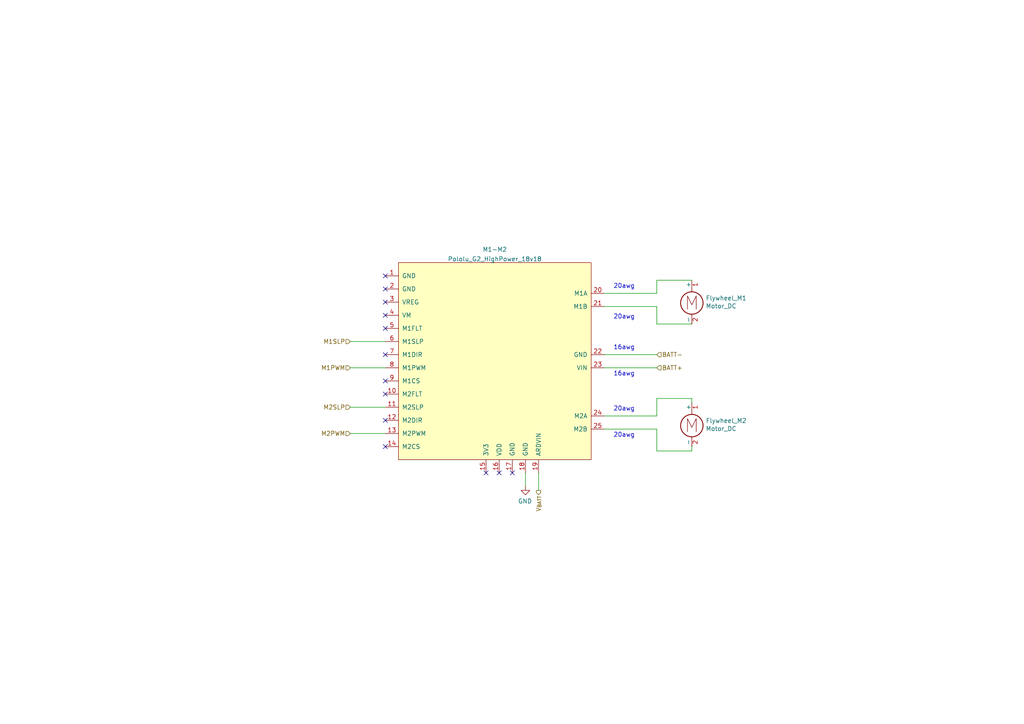
<source format=kicad_sch>
(kicad_sch (version 20211123) (generator eeschema)
  (paper "A4")
  (title_block (title "Nemesis Mod") (date "2021-12-08") (rev "v2.0") (company "https://github.com/jeff-winn/nemesis-mod") (comment 1 "For more information please visit the project website:"))
  (lib_symbols
    (symbol "Motor:Motor_DC" (pin_names (offset 0))
      (property "Reference" "M" (at 2.54 2.54 0))
      (property "Value" "Motor_DC" (at 2.54 -5.08 0))
      (symbol "Motor_DC_0_0"
        (polyline (pts (xy -1.27 -3.302) (xy -1.27 0.508) (xy 0 -2.032) (xy 1.27 0.508) (xy 1.27 -3.302)))
      )
      (symbol "Motor_DC_0_1"
        (circle (center 0 -1.524) (radius 3.2512) (stroke (width 0.254)))
        (polyline (pts (xy 0 -7.62) (xy 0 -7.112)))
        (polyline (pts (xy 0 -4.7752) (xy 0 -5.1816)))
        (polyline (pts (xy 0 1.7272) (xy 0 2.0828)))
        (polyline (pts (xy 0 2.032) (xy 0 2.54)))
      )
      (symbol "Motor_DC_1_1"
        (pin passive line (at 0 5.08 270) (length 2.54) (name "+") (number "1"))
        (pin passive line (at 0 -7.62 90) (length 2.54) (name "-") (number "2"))
      )
    )
    (symbol "Nemesis-Mod:Pololu_G2_HighPower_18v18" (pin_names (offset 1.016))
      (property "Reference" "Motor_Driver" (at -1.27 30.48 0))
      (property "Value" "Pololu_G2_HighPower_18v18" (at -1.27 33.02 0))
      (symbol "Pololu_G2_HighPower_18v18_0_1"
        (rectangle (start -27.94 27.94) (end 27.94 -29.21) (fill (type background)))
      )
      (symbol "Pololu_G2_HighPower_18v18_1_1"
        (pin power_out line (at -31.75 24.13 0) (length 3.81) (name "GND") (number "1"))
        (pin output line (at -31.75 -10.16 0) (length 3.81) (name "M2FLT") (number "10"))
        (pin input line (at -31.75 -13.97 0) (length 3.81) (name "M2SLP") (number "11"))
        (pin input line (at -31.75 -17.78 0) (length 3.81) (name "M2DIR") (number "12"))
        (pin input line (at -31.75 -21.59 0) (length 3.81) (name "M2PWM") (number "13"))
        (pin output line (at -31.75 -25.4 0) (length 3.81) (name "M2CS") (number "14"))
        (pin power_out line (at -2.54 -33.02 90) (length 3.81) (name "3V3") (number "15"))
        (pin power_out line (at 1.27 -33.02 90) (length 3.81) (name "VDD") (number "16"))
        (pin power_out line (at 5.08 -33.02 90) (length 3.81) (name "GND") (number "17"))
        (pin power_out line (at 8.89 -33.02 90) (length 3.81) (name "GND") (number "18"))
        (pin power_out line (at 12.7 -33.02 90) (length 3.81) (name "ARDVIN") (number "19"))
        (pin power_out line (at -31.75 20.32 0) (length 3.81) (name "GND") (number "2"))
        (pin power_out line (at 31.75 19.05 180) (length 3.81) (name "M1A") (number "20"))
        (pin power_out line (at 31.75 15.24 180) (length 3.81) (name "M1B") (number "21"))
        (pin power_in line (at 31.75 1.27 180) (length 3.81) (name "GND") (number "22"))
        (pin power_in line (at 31.75 -2.54 180) (length 3.81) (name "VIN") (number "23"))
        (pin power_out line (at 31.75 -16.51 180) (length 3.81) (name "M2A") (number "24"))
        (pin power_out line (at 31.75 -20.32 180) (length 3.81) (name "M2B") (number "25"))
        (pin power_out line (at -31.75 16.51 0) (length 3.81) (name "VREG") (number "3"))
        (pin power_out line (at -31.75 12.7 0) (length 3.81) (name "VM") (number "4"))
        (pin output line (at -31.75 8.89 0) (length 3.81) (name "M1FLT") (number "5"))
        (pin input line (at -31.75 5.08 0) (length 3.81) (name "M1SLP") (number "6"))
        (pin input line (at -31.75 1.27 0) (length 3.81) (name "M1DIR") (number "7"))
        (pin input line (at -31.75 -2.54 0) (length 3.81) (name "M1PWM") (number "8"))
        (pin output line (at -31.75 -6.35 0) (length 3.81) (name "M1CS") (number "9"))
      )
    )
    (symbol "power:GND" (power) (pin_names (offset 0))
      (property "Value" "GND" (at 0 -3.81 0))
      (symbol "GND_0_1"
        (polyline (pts (xy 0 0) (xy 0 -1.27) (xy 1.27 -1.27) (xy 0 -2.54) (xy -1.27 -1.27) (xy 0 -1.27)))
      )
      (symbol "GND_1_1"
        (pin power_in line (at 0 0 270) (length 0) hide (name "GND") (number "1"))
      )
    )
  )
  (no_connect (at 140.97 137.16))
  (no_connect (at 111.76 91.44))
  (no_connect (at 111.76 129.54))
  (no_connect (at 111.76 87.63))
  (no_connect (at 144.78 137.16))
  (no_connect (at 111.76 80.01))
  (no_connect (at 148.59 137.16))
  (no_connect (at 111.76 102.87))
  (no_connect (at 111.76 121.92))
  (no_connect (at 111.76 114.3))
  (no_connect (at 111.76 95.25))
  (no_connect (at 111.76 83.82))
  (no_connect (at 111.76 110.49))
  (wire (pts (xy 190.5 120.65) (xy 190.5 115.57)))
  (wire (pts (xy 156.21 137.16) (xy 156.21 142.24)))
  (wire (pts (xy 190.5 85.09) (xy 190.5 81.28)))
  (wire (pts (xy 200.66 115.57) (xy 200.66 116.84)))
  (wire (pts (xy 111.76 99.06) (xy 101.6 99.06)))
  (wire (pts (xy 175.26 88.9) (xy 190.5 88.9)))
  (wire (pts (xy 190.5 115.57) (xy 200.66 115.57)))
  (wire (pts (xy 111.76 125.73) (xy 101.6 125.73)))
  (wire (pts (xy 190.5 130.81) (xy 200.66 130.81)))
  (wire (pts (xy 200.66 130.81) (xy 200.66 129.54)))
  (wire (pts (xy 101.6 106.68) (xy 111.76 106.68)))
  (wire (pts (xy 190.5 106.68) (xy 175.26 106.68)))
  (wire (pts (xy 152.4 137.16) (xy 152.4 140.97)))
  (wire (pts (xy 175.26 120.65) (xy 190.5 120.65)))
  (wire (pts (xy 190.5 93.98) (xy 200.66 93.98)))
  (wire (pts (xy 190.5 81.28) (xy 200.66 81.28)))
  (wire (pts (xy 101.6 118.11) (xy 111.76 118.11)))
  (wire (pts (xy 175.26 85.09) (xy 190.5 85.09)))
  (wire (pts (xy 190.5 88.9) (xy 190.5 93.98)))
  (wire (pts (xy 190.5 102.87) (xy 175.26 102.87)))
  (wire (pts (xy 175.26 124.46) (xy 190.5 124.46)))
  (wire (pts (xy 190.5 124.46) (xy 190.5 130.81)))
  (text "20awg" (at 184.15 127 180) (effects (font (size 1.27 1.27)) (justify right bottom)))
  (text "20awg" (at 184.15 92.71 180) (effects (font (size 1.27 1.27)) (justify right bottom)))
  (text "16awg" (at 184.15 109.22 180) (effects (font (size 1.27 1.27)) (justify right bottom)))
  (text "16awg" (at 184.15 101.6 180) (effects (font (size 1.27 1.27)) (justify right bottom)))
  (text "20awg" (at 184.15 83.82 180) (effects (font (size 1.27 1.27)) (justify right bottom)))
  (text "20awg" (at 184.15 119.38 180) (effects (font (size 1.27 1.27)) (justify right bottom)))
  (hierarchical_label "M2PWM" (shape input) (at 101.6 125.73 180))
  (hierarchical_label "BATT-" (shape input) (at 190.5 102.87 0))
  (hierarchical_label "M2SLP" (shape input) (at 101.6 118.11 180))
  (hierarchical_label "M1PWM" (shape input) (at 101.6 106.68 180))
  (hierarchical_label "V_{BATT}" (shape output) (at 156.21 142.24 270))
  (hierarchical_label "M1SLP" (shape input) (at 101.6 99.06 180))
  (hierarchical_label "BATT+" (shape input) (at 190.5 106.68 0))
  (symbol (lib_id "Motor:Motor_DC") (at 200.66 121.92 0) (unit 1)
    (property "Reference" "Flywheel_M2" (at 204.6732 122.0216 0) (effects (justify left)))
    (property "Value" "Motor_DC" (at 204.6732 124.333 0) (effects (justify left)))
  )
  (symbol (lib_id "Nemesis-Mod:Pololu_G2_HighPower_18v18") (at 143.51 104.14 0) (unit 1)
    (property "Reference" "M1-M2" (at 143.51 72.3605 0))
    (property "Value" "Pololu_G2_HighPower_18v18" (at 143.51 75.1356 0))
  )
  (symbol (lib_id "Motor:Motor_DC") (at 200.66 86.36 0) (unit 1)
    (property "Reference" "Flywheel_M1" (at 204.6732 86.4616 0) (effects (justify left)))
    (property "Value" "Motor_DC" (at 204.6732 88.773 0) (effects (justify left)))
  )
  (symbol (lib_id "power:GND") (at 152.4 140.97 0) (mirror y) (unit 1)
    (property "Reference" "#PWR0101" (effects hide))
    (property "Value" "GND" (at 152.273 145.3642 0))
  )
)
</source>
